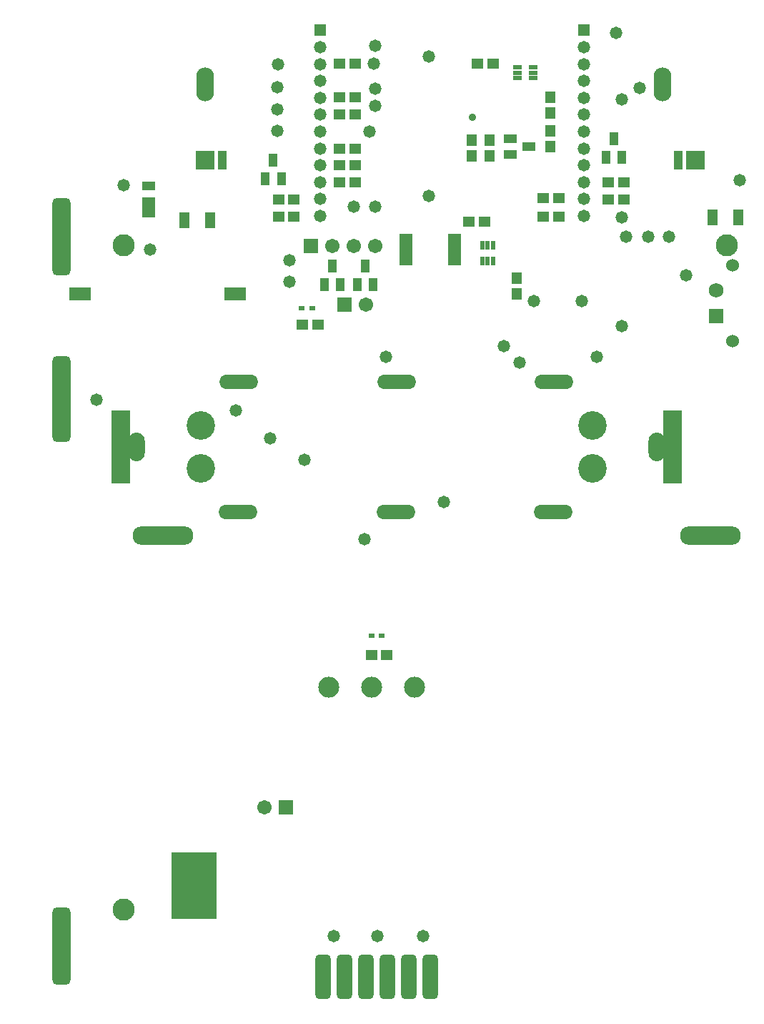
<source format=gbr>
%TF.GenerationSoftware,Altium Limited,Altium Designer,21.6.4 (81)*%
G04 Layer_Color=16711935*
%FSLAX26Y26*%
%MOIN*%
%TF.SameCoordinates,BD845C9F-3E28-4BEA-89B7-7B09B8E8D9D1*%
%TF.FilePolarity,Negative*%
%TF.FileFunction,Soldermask,Bot*%
%TF.Part,Single*%
G01*
G75*
%TA.AperFunction,SMDPad,CuDef*%
%ADD132R,0.091465X0.090677*%
%ADD133R,0.044221X0.090677*%
%ADD134R,0.043433X0.021779*%
%ADD135R,0.059181X0.041465*%
%ADD136R,0.063118X0.145795*%
%ADD137R,0.051307X0.076898*%
%ADD138R,0.063118X0.094614*%
%ADD139R,0.063118X0.043433*%
%ADD140R,0.100126X0.059181*%
G04:AMPARAMS|DCode=141|XSize=73mil|YSize=208mil|CornerRadius=20.25mil|HoleSize=0mil|Usage=FLASHONLY|Rotation=180.000|XOffset=0mil|YOffset=0mil|HoleType=Round|Shape=RoundedRectangle|*
%AMROUNDEDRECTD141*
21,1,0.073000,0.167500,0,0,180.0*
21,1,0.032500,0.208000,0,0,180.0*
1,1,0.040500,-0.016250,0.083750*
1,1,0.040500,0.016250,0.083750*
1,1,0.040500,0.016250,-0.083750*
1,1,0.040500,-0.016250,-0.083750*
%
%ADD141ROUNDEDRECTD141*%
%ADD142R,0.041465X0.059181*%
%ADD143R,0.053276X0.051307*%
%ADD144R,0.031622X0.023748*%
%ADD145R,0.051307X0.053276*%
%ADD146R,0.021779X0.043433*%
%TA.AperFunction,ComponentPad*%
%ADD147C,0.058000*%
G04:AMPARAMS|DCode=148|XSize=362.331mil|YSize=86.74mil|CornerRadius=23.685mil|HoleSize=0mil|Usage=FLASHONLY|Rotation=270.000|XOffset=0mil|YOffset=0mil|HoleType=Round|Shape=RoundedRectangle|*
%AMROUNDEDRECTD148*
21,1,0.362331,0.039370,0,0,270.0*
21,1,0.314961,0.086740,0,0,270.0*
1,1,0.047370,-0.019685,-0.157480*
1,1,0.047370,-0.019685,0.157480*
1,1,0.047370,0.019685,0.157480*
1,1,0.047370,0.019685,-0.157480*
%
%ADD148ROUNDEDRECTD148*%
G04:AMPARAMS|DCode=149|XSize=401.701mil|YSize=86.74mil|CornerRadius=23.685mil|HoleSize=0mil|Usage=FLASHONLY|Rotation=270.000|XOffset=0mil|YOffset=0mil|HoleType=Round|Shape=RoundedRectangle|*
%AMROUNDEDRECTD149*
21,1,0.401701,0.039370,0,0,270.0*
21,1,0.354331,0.086740,0,0,270.0*
1,1,0.047370,-0.019685,-0.177165*
1,1,0.047370,-0.019685,0.177165*
1,1,0.047370,0.019685,0.177165*
1,1,0.047370,0.019685,-0.177165*
%
%ADD149ROUNDEDRECTD149*%
%ADD150C,0.098000*%
%ADD151O,0.083000X0.158000*%
%ADD152C,0.165480*%
%ADD153R,0.058000X0.058000*%
%ADD154C,0.067055*%
%ADD155R,0.067055X0.067055*%
%TA.AperFunction,SMDPad,CuDef*%
%ADD156C,0.103055*%
%TA.AperFunction,ComponentPad*%
%ADD157C,0.068000*%
%ADD158R,0.068000X0.068000*%
%ADD159C,0.059968*%
%ADD160C,0.133000*%
%ADD161O,0.181228X0.067055*%
%ADD162O,0.078000X0.133000*%
%ADD163R,0.086740X0.342646*%
%TA.AperFunction,ViaPad*%
%ADD164C,0.058000*%
%TA.AperFunction,WasherPad*%
%ADD165O,0.283591X0.086740*%
%TA.AperFunction,ViaPad*%
%ADD166C,0.036000*%
G36*
X650000Y330000D02*
X860000D01*
Y640000D01*
X650000D01*
Y330000D01*
D02*
G37*
D132*
X3093292Y3866582D02*
D03*
X808355Y3866622D02*
D03*
D133*
X3013765Y3866582D02*
D03*
X887883Y3866622D02*
D03*
D134*
X2337401Y4249409D02*
D03*
Y4275000D02*
D03*
Y4300591D02*
D03*
X2262598D02*
D03*
Y4275000D02*
D03*
Y4249409D02*
D03*
D135*
X2318307Y3931890D02*
D03*
X2231693Y3969292D02*
D03*
X2231693Y3894488D02*
D03*
D136*
X1971759Y3450000D02*
D03*
X1743412D02*
D03*
D137*
X829055Y3586639D02*
D03*
X710945D02*
D03*
X3174666Y3600000D02*
D03*
X3292776D02*
D03*
D138*
X544538Y3648583D02*
D03*
D139*
Y3748976D02*
D03*
D140*
X946538Y3245639D02*
D03*
X224490D02*
D03*
D141*
X1857585Y60000D02*
D03*
X1757585D02*
D03*
X1657585D02*
D03*
X1557585D02*
D03*
X1457585D02*
D03*
X1357585D02*
D03*
D142*
X1438596Y3286708D02*
D03*
X1363793Y3286708D02*
D03*
X1401194Y3373322D02*
D03*
X1591399Y3286693D02*
D03*
X1516596Y3286693D02*
D03*
X1553998Y3373307D02*
D03*
X2751982Y3881693D02*
D03*
X2677179Y3881693D02*
D03*
X2714581Y3968307D02*
D03*
X1162402Y3781693D02*
D03*
X1087598Y3781693D02*
D03*
X1125000Y3868307D02*
D03*
D143*
X1260583Y3102000D02*
D03*
X1333417D02*
D03*
X2761418Y3685000D02*
D03*
X2688583D02*
D03*
X2688582Y3764000D02*
D03*
X2761417D02*
D03*
X1582104Y1561662D02*
D03*
X1654939D02*
D03*
X1148716Y3606000D02*
D03*
X1221551D02*
D03*
X1148716Y3685000D02*
D03*
X1221551D02*
D03*
X1506417Y3920000D02*
D03*
X1433583D02*
D03*
X1506417Y4080000D02*
D03*
X1433583D02*
D03*
X1506417Y4160000D02*
D03*
X1433583D02*
D03*
X1506417Y4317000D02*
D03*
X1433583D02*
D03*
X1506417Y3764000D02*
D03*
X1433583D02*
D03*
Y3843000D02*
D03*
X1506417D02*
D03*
X2111417Y3582378D02*
D03*
X2038583D02*
D03*
X2456417Y3606000D02*
D03*
X2383583D02*
D03*
X2456417Y3690000D02*
D03*
X2383583D02*
D03*
X2151417Y4317000D02*
D03*
X2078583D02*
D03*
D144*
X1256394Y3178000D02*
D03*
X1305606D02*
D03*
X1631317Y1651662D02*
D03*
X1582104D02*
D03*
D145*
X2259843Y3316929D02*
D03*
Y3244095D02*
D03*
X2050000Y3961417D02*
D03*
Y3888583D02*
D03*
X2135239Y3961417D02*
D03*
Y3888583D02*
D03*
X2417933Y3931890D02*
D03*
Y4004725D02*
D03*
X2418157Y4161417D02*
D03*
Y4088583D02*
D03*
D146*
X2150591Y3470858D02*
D03*
X2125000D02*
D03*
X2099410D02*
D03*
Y3396055D02*
D03*
X2125000D02*
D03*
X2150591D02*
D03*
D147*
X1145000Y4005000D02*
D03*
Y4105000D02*
D03*
Y4206031D02*
D03*
X1146000Y4315000D02*
D03*
X2750000Y3600000D02*
D03*
X1200000Y3300000D02*
D03*
X2750000Y3094902D02*
D03*
X3300000Y3775461D02*
D03*
X1919160Y2275000D02*
D03*
X2750000Y4150000D02*
D03*
X2275000Y2925000D02*
D03*
X1650000Y2950000D02*
D03*
X300000Y2750000D02*
D03*
X1850000Y3700000D02*
D03*
X1600000Y4200000D02*
D03*
X1575000Y4000000D02*
D03*
X1600000Y3650000D02*
D03*
X1500000D02*
D03*
X1345000Y4394685D02*
D03*
Y4315945D02*
D03*
Y4237205D02*
D03*
Y4158465D02*
D03*
Y4079724D02*
D03*
Y4000984D02*
D03*
Y3922244D02*
D03*
Y3843504D02*
D03*
Y3764764D02*
D03*
Y3686024D02*
D03*
Y3607284D02*
D03*
X2835000Y4203920D02*
D03*
X550000Y3450000D02*
D03*
X1550000Y2100000D02*
D03*
X2200000Y3000000D02*
D03*
X2573000Y4394685D02*
D03*
Y4315945D02*
D03*
Y4237205D02*
D03*
Y4158465D02*
D03*
Y4079724D02*
D03*
Y4000984D02*
D03*
Y3922244D02*
D03*
Y3843504D02*
D03*
Y3764764D02*
D03*
Y3686024D02*
D03*
Y3607284D02*
D03*
X1850000Y4350000D02*
D03*
X1600000Y4400000D02*
D03*
D148*
X137010Y203804D02*
D03*
X137010Y3510890D02*
D03*
D149*
Y2754985D02*
D03*
D150*
X1382104Y1411739D02*
D03*
X1582104D02*
D03*
X1782104D02*
D03*
D151*
X2940000Y4220000D02*
D03*
X808355D02*
D03*
D152*
X759728Y529000D02*
D03*
D153*
X1345000Y4473425D02*
D03*
X2573000D02*
D03*
D154*
X1600000Y3468215D02*
D03*
X1500000D02*
D03*
X1400000D02*
D03*
X1557585Y3192913D02*
D03*
X1085133Y850000D02*
D03*
D155*
X1300000Y3468215D02*
D03*
X1457585Y3192913D02*
D03*
X1185133Y850000D02*
D03*
D156*
X426194Y375000D02*
D03*
X3241194Y3471662D02*
D03*
X426194D02*
D03*
D157*
X3191155Y3259811D02*
D03*
D158*
X3191194Y3141662D02*
D03*
D159*
X3268353Y3377876D02*
D03*
Y3023545D02*
D03*
D160*
X2613691Y2630000D02*
D03*
Y2430000D02*
D03*
X786691Y2630000D02*
D03*
Y2430000D02*
D03*
D161*
X2433407Y2834882D02*
D03*
X1700257Y2835000D02*
D03*
X2429470Y2226732D02*
D03*
X1696321Y2226850D02*
D03*
X964824Y2834882D02*
D03*
X960888Y2226732D02*
D03*
D162*
X2913691Y2530000D02*
D03*
X486691D02*
D03*
D163*
X2985691D02*
D03*
X414824Y2530000D02*
D03*
D164*
X3048704Y3330945D02*
D03*
X1270000Y2470000D02*
D03*
X1600000Y4120000D02*
D03*
X1595000Y4317000D02*
D03*
X1200000Y3400000D02*
D03*
X2725000Y4459681D02*
D03*
X2970000Y3510000D02*
D03*
X2875134D02*
D03*
X1406194Y250000D02*
D03*
X2340000Y3210000D02*
D03*
X2565015Y3210015D02*
D03*
X2634055Y2950000D02*
D03*
X426194Y3750000D02*
D03*
X1825000Y251662D02*
D03*
X1608977D02*
D03*
X2771477Y3510890D02*
D03*
X1109477Y2570000D02*
D03*
X950000Y2700000D02*
D03*
D165*
X3165194Y2116662D02*
D03*
X610194D02*
D03*
D166*
X2052165Y4067913D02*
D03*
%TF.MD5,7fbb1fc865af60c5d8b08b9a8766d81c*%
M02*

</source>
